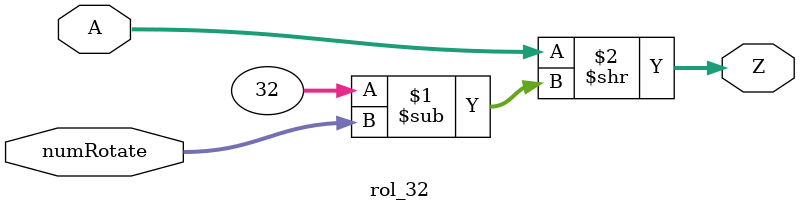
<source format=v>
module rol_32(input [31:0] A, numRotate, output [31:0] Z);
    
	 assign Z[31:0] = {A << numRotate, A >> (32 - numRotate)}; 
	 
endmodule 
</source>
